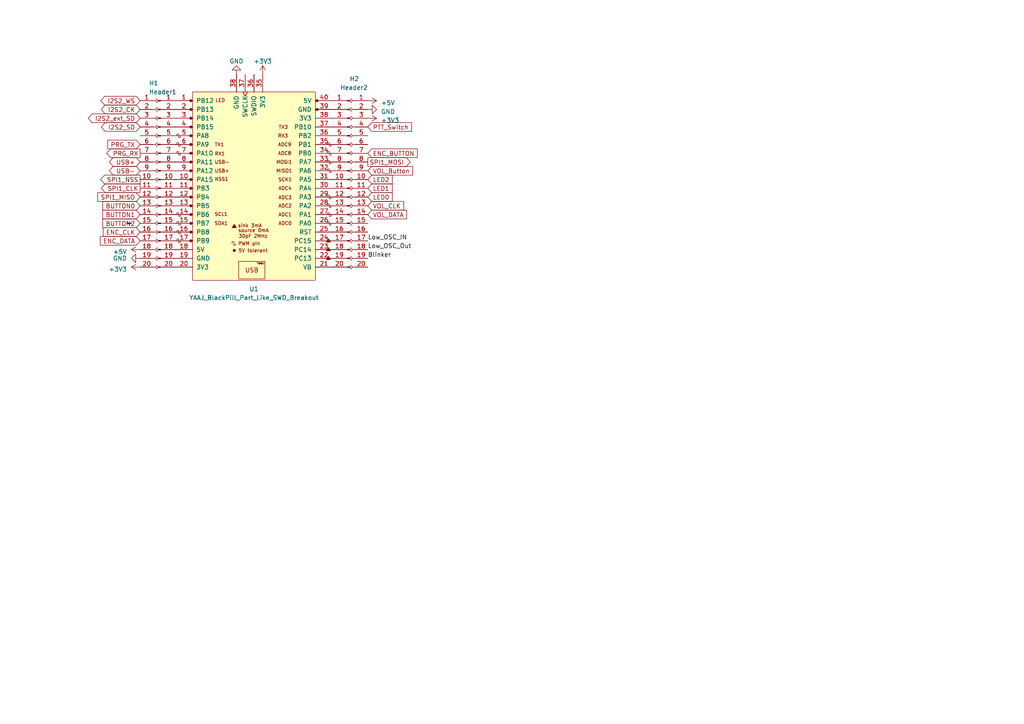
<source format=kicad_sch>
(kicad_sch (version 20230121) (generator eeschema)
  (paper "A4")
  (lib_symbols
    (symbol "Connector:Conn_01x20_Pin" (pin_names (offset 1.016) hide)
      (property "Reference" "J" (at 0 25.4 0))
      (property "Value" "Conn_01x20_Pin" (at 0 -27.94 0))
      (symbol "Conn_01x20_Pin_1_1"
        (polyline (pts (xy 1.27 -25.4) (xy 0.8636 -25.4)) (stroke (width 0.1524)))
        (polyline (pts (xy 1.27 -22.86) (xy 0.8636 -22.86)) (stroke (width 0.1524)))
        (polyline (pts (xy 1.27 -20.32) (xy 0.8636 -20.32)) (stroke (width 0.1524)))
        (polyline (pts (xy 1.27 -17.78) (xy 0.8636 -17.78)) (stroke (width 0.1524)))
        (polyline (pts (xy 1.27 -15.24) (xy 0.8636 -15.24)) (stroke (width 0.1524)))
        (polyline (pts (xy 1.27 -12.7) (xy 0.8636 -12.7)) (stroke (width 0.1524)))
        (polyline (pts (xy 1.27 -10.16) (xy 0.8636 -10.16)) (stroke (width 0.1524)))
        (polyline (pts (xy 1.27 -7.62) (xy 0.8636 -7.62)) (stroke (width 0.1524)))
        (polyline (pts (xy 1.27 -5.08) (xy 0.8636 -5.08)) (stroke (width 0.1524)))
        (polyline (pts (xy 1.27 -2.54) (xy 0.8636 -2.54)) (stroke (width 0.1524)))
        (polyline (pts (xy 1.27 0) (xy 0.8636 0)) (stroke (width 0.1524)))
        (polyline (pts (xy 1.27 2.54) (xy 0.8636 2.54)) (stroke (width 0.1524)))
        (polyline (pts (xy 1.27 5.08) (xy 0.8636 5.08)) (stroke (width 0.1524)))
        (polyline (pts (xy 1.27 7.62) (xy 0.8636 7.62)) (stroke (width 0.1524)))
        (polyline (pts (xy 1.27 10.16) (xy 0.8636 10.16)) (stroke (width 0.1524)))
        (polyline (pts (xy 1.27 12.7) (xy 0.8636 12.7)) (stroke (width 0.1524)))
        (polyline (pts (xy 1.27 15.24) (xy 0.8636 15.24)) (stroke (width 0.1524)))
        (polyline (pts (xy 1.27 17.78) (xy 0.8636 17.78)) (stroke (width 0.1524)))
        (polyline (pts (xy 1.27 20.32) (xy 0.8636 20.32)) (stroke (width 0.1524)))
        (polyline (pts (xy 1.27 22.86) (xy 0.8636 22.86)) (stroke (width 0.1524)))
        (rectangle (start 0.8636 -25.273) (end 0 -25.527) (stroke (width 0.1524)) (fill (type outline)))
        (rectangle (start 0.8636 -22.733) (end 0 -22.987) (stroke (width 0.1524)) (fill (type outline)))
        (rectangle (start 0.8636 -20.193) (end 0 -20.447) (stroke (width 0.1524)) (fill (type outline)))
        (rectangle (start 0.8636 -17.653) (end 0 -17.907) (stroke (width 0.1524)) (fill (type outline)))
        (rectangle (start 0.8636 -15.113) (end 0 -15.367) (stroke (width 0.1524)) (fill (type outline)))
        (rectangle (start 0.8636 -12.573) (end 0 -12.827) (stroke (width 0.1524)) (fill (type outline)))
        (rectangle (start 0.8636 -10.033) (end 0 -10.287) (stroke (width 0.1524)) (fill (type outline)))
        (rectangle (start 0.8636 -7.493) (end 0 -7.747) (stroke (width 0.1524)) (fill (type outline)))
        (rectangle (start 0.8636 -4.953) (end 0 -5.207) (stroke (width 0.1524)) (fill (type outline)))
        (rectangle (start 0.8636 -2.413) (end 0 -2.667) (stroke (width 0.1524)) (fill (type outline)))
        (rectangle (start 0.8636 0.127) (end 0 -0.127) (stroke (width 0.1524)) (fill (type outline)))
        (rectangle (start 0.8636 2.667) (end 0 2.413) (stroke (width 0.1524)) (fill (type outline)))
        (rectangle (start 0.8636 5.207) (end 0 4.953) (stroke (width 0.1524)) (fill (type outline)))
        (rectangle (start 0.8636 7.747) (end 0 7.493) (stroke (width 0.1524)) (fill (type outline)))
        (rectangle (start 0.8636 10.287) (end 0 10.033) (stroke (width 0.1524)) (fill (type outline)))
        (rectangle (start 0.8636 12.827) (end 0 12.573) (stroke (width 0.1524)) (fill (type outline)))
        (rectangle (start 0.8636 15.367) (end 0 15.113) (stroke (width 0.1524)) (fill (type outline)))
        (rectangle (start 0.8636 17.907) (end 0 17.653) (stroke (width 0.1524)) (fill (type outline)))
        (rectangle (start 0.8636 20.447) (end 0 20.193) (stroke (width 0.1524)) (fill (type outline)))
        (rectangle (start 0.8636 22.987) (end 0 22.733) (stroke (width 0.1524)) (fill (type outline)))
        (pin passive line (at 5.08 22.86 180) (length 3.81) (name "Pin_1") (number "1"))
        (pin passive line (at 5.08 0 180) (length 3.81) (name "Pin_10") (number "10"))
        (pin passive line (at 5.08 -2.54 180) (length 3.81) (name "Pin_11") (number "11"))
        (pin passive line (at 5.08 -5.08 180) (length 3.81) (name "Pin_12") (number "12"))
        (pin passive line (at 5.08 -7.62 180) (length 3.81) (name "Pin_13") (number "13"))
        (pin passive line (at 5.08 -10.16 180) (length 3.81) (name "Pin_14") (number "14"))
        (pin passive line (at 5.08 -12.7 180) (length 3.81) (name "Pin_15") (number "15"))
        (pin passive line (at 5.08 -15.24 180) (length 3.81) (name "Pin_16") (number "16"))
        (pin passive line (at 5.08 -17.78 180) (length 3.81) (name "Pin_17") (number "17"))
        (pin passive line (at 5.08 -20.32 180) (length 3.81) (name "Pin_18") (number "18"))
        (pin passive line (at 5.08 -22.86 180) (length 3.81) (name "Pin_19") (number "19"))
        (pin passive line (at 5.08 20.32 180) (length 3.81) (name "Pin_2") (number "2"))
        (pin passive line (at 5.08 -25.4 180) (length 3.81) (name "Pin_20") (number "20"))
        (pin passive line (at 5.08 17.78 180) (length 3.81) (name "Pin_3") (number "3"))
        (pin passive line (at 5.08 15.24 180) (length 3.81) (name "Pin_4") (number "4"))
        (pin passive line (at 5.08 12.7 180) (length 3.81) (name "Pin_5") (number "5"))
        (pin passive line (at 5.08 10.16 180) (length 3.81) (name "Pin_6") (number "6"))
        (pin passive line (at 5.08 7.62 180) (length 3.81) (name "Pin_7") (number "7"))
        (pin passive line (at 5.08 5.08 180) (length 3.81) (name "Pin_8") (number "8"))
        (pin passive line (at 5.08 2.54 180) (length 3.81) (name "Pin_9") (number "9"))
      )
    )
    (symbol "Connector:Conn_01x20_Socket" (pin_names (offset 1.016) hide)
      (property "Reference" "J" (at 0 25.4 0))
      (property "Value" "Conn_01x20_Socket" (at 0 -27.94 0))
      (symbol "Conn_01x20_Socket_1_1"
        (arc (start 0 -24.892) (mid -0.5058 -25.4) (end 0 -25.908) (stroke (width 0.1524)))
        (arc (start 0 -22.352) (mid -0.5058 -22.86) (end 0 -23.368) (stroke (width 0.1524)))
        (arc (start 0 -19.812) (mid -0.5058 -20.32) (end 0 -20.828) (stroke (width 0.1524)))
        (arc (start 0 -17.272) (mid -0.5058 -17.78) (end 0 -18.288) (stroke (width 0.1524)))
        (arc (start 0 -14.732) (mid -0.5058 -15.24) (end 0 -15.748) (stroke (width 0.1524)))
        (arc (start 0 -12.192) (mid -0.5058 -12.7) (end 0 -13.208) (stroke (width 0.1524)))
        (arc (start 0 -9.652) (mid -0.5058 -10.16) (end 0 -10.668) (stroke (width 0.1524)))
        (arc (start 0 -7.112) (mid -0.5058 -7.62) (end 0 -8.128) (stroke (width 0.1524)))
        (arc (start 0 -4.572) (mid -0.5058 -5.08) (end 0 -5.588) (stroke (width 0.1524)))
        (arc (start 0 -2.032) (mid -0.5058 -2.54) (end 0 -3.048) (stroke (width 0.1524)))
        (polyline (pts (xy -1.27 -25.4) (xy -0.508 -25.4)) (stroke (width 0.1524)))
        (polyline (pts (xy -1.27 -22.86) (xy -0.508 -22.86)) (stroke (width 0.1524)))
        (polyline (pts (xy -1.27 -20.32) (xy -0.508 -20.32)) (stroke (width 0.1524)))
        (polyline (pts (xy -1.27 -17.78) (xy -0.508 -17.78)) (stroke (width 0.1524)))
        (polyline (pts (xy -1.27 -15.24) (xy -0.508 -15.24)) (stroke (width 0.1524)))
        (polyline (pts (xy -1.27 -12.7) (xy -0.508 -12.7)) (stroke (width 0.1524)))
        (polyline (pts (xy -1.27 -10.16) (xy -0.508 -10.16)) (stroke (width 0.1524)))
        (polyline (pts (xy -1.27 -7.62) (xy -0.508 -7.62)) (stroke (width 0.1524)))
        (polyline (pts (xy -1.27 -5.08) (xy -0.508 -5.08)) (stroke (width 0.1524)))
        (polyline (pts (xy -1.27 -2.54) (xy -0.508 -2.54)) (stroke (width 0.1524)))
        (polyline (pts (xy -1.27 0) (xy -0.508 0)) (stroke (width 0.1524)))
        (polyline (pts (xy -1.27 2.54) (xy -0.508 2.54)) (stroke (width 0.1524)))
        (polyline (pts (xy -1.27 5.08) (xy -0.508 5.08)) (stroke (width 0.1524)))
        (polyline (pts (xy -1.27 7.62) (xy -0.508 7.62)) (stroke (width 0.1524)))
        (polyline (pts (xy -1.27 10.16) (xy -0.508 10.16)) (stroke (width 0.1524)))
        (polyline (pts (xy -1.27 12.7) (xy -0.508 12.7)) (stroke (width 0.1524)))
        (polyline (pts (xy -1.27 15.24) (xy -0.508 15.24)) (stroke (width 0.1524)))
        (polyline (pts (xy -1.27 17.78) (xy -0.508 17.78)) (stroke (width 0.1524)))
        (polyline (pts (xy -1.27 20.32) (xy -0.508 20.32)) (stroke (width 0.1524)))
        (polyline (pts (xy -1.27 22.86) (xy -0.508 22.86)) (stroke (width 0.1524)))
        (arc (start 0 0.508) (mid -0.5058 0) (end 0 -0.508) (stroke (width 0.1524)))
        (arc (start 0 3.048) (mid -0.5058 2.54) (end 0 2.032) (stroke (width 0.1524)))
        (arc (start 0 5.588) (mid -0.5058 5.08) (end 0 4.572) (stroke (width 0.1524)))
        (arc (start 0 8.128) (mid -0.5058 7.62) (end 0 7.112) (stroke (width 0.1524)))
        (arc (start 0 10.668) (mid -0.5058 10.16) (end 0 9.652) (stroke (width 0.1524)))
        (arc (start 0 13.208) (mid -0.5058 12.7) (end 0 12.192) (stroke (width 0.1524)))
        (arc (start 0 15.748) (mid -0.5058 15.24) (end 0 14.732) (stroke (width 0.1524)))
        (arc (start 0 18.288) (mid -0.5058 17.78) (end 0 17.272) (stroke (width 0.1524)))
        (arc (start 0 20.828) (mid -0.5058 20.32) (end 0 19.812) (stroke (width 0.1524)))
        (arc (start 0 23.368) (mid -0.5058 22.86) (end 0 22.352) (stroke (width 0.1524)))
        (pin passive line (at -5.08 22.86 0) (length 3.81) (name "Pin_1") (number "1"))
        (pin passive line (at -5.08 0 0) (length 3.81) (name "Pin_10") (number "10"))
        (pin passive line (at -5.08 -2.54 0) (length 3.81) (name "Pin_11") (number "11"))
        (pin passive line (at -5.08 -5.08 0) (length 3.81) (name "Pin_12") (number "12"))
        (pin passive line (at -5.08 -7.62 0) (length 3.81) (name "Pin_13") (number "13"))
        (pin passive line (at -5.08 -10.16 0) (length 3.81) (name "Pin_14") (number "14"))
        (pin passive line (at -5.08 -12.7 0) (length 3.81) (name "Pin_15") (number "15"))
        (pin passive line (at -5.08 -15.24 0) (length 3.81) (name "Pin_16") (number "16"))
        (pin passive line (at -5.08 -17.78 0) (length 3.81) (name "Pin_17") (number "17"))
        (pin passive line (at -5.08 -20.32 0) (length 3.81) (name "Pin_18") (number "18"))
        (pin passive line (at -5.08 -22.86 0) (length 3.81) (name "Pin_19") (number "19"))
        (pin passive line (at -5.08 20.32 0) (length 3.81) (name "Pin_2") (number "2"))
        (pin passive line (at -5.08 -25.4 0) (length 3.81) (name "Pin_20") (number "20"))
        (pin passive line (at -5.08 17.78 0) (length 3.81) (name "Pin_3") (number "3"))
        (pin passive line (at -5.08 15.24 0) (length 3.81) (name "Pin_4") (number "4"))
        (pin passive line (at -5.08 12.7 0) (length 3.81) (name "Pin_5") (number "5"))
        (pin passive line (at -5.08 10.16 0) (length 3.81) (name "Pin_6") (number "6"))
        (pin passive line (at -5.08 7.62 0) (length 3.81) (name "Pin_7") (number "7"))
        (pin passive line (at -5.08 5.08 0) (length 3.81) (name "Pin_8") (number "8"))
        (pin passive line (at -5.08 2.54 0) (length 3.81) (name "Pin_9") (number "9"))
      )
    )
    (symbol "YAAJ_BlackPill_Part_Like_SWD_Breakout:YAAJ_BlackPill_Part_Like_SWD_Breakout" (pin_names (offset 1.016))
      (property "Reference" "U1" (at 0 -34.29 0))
      (property "Value" "YAAJ_BlackPill_Part_Like_SWD_Breakout" (at 0 -36.83 0))
      (symbol "YAAJ_BlackPill_Part_Like_SWD_Breakout_0_0"
        (circle (center -18.288 -20.32) (radius 0.3556) (fill (type outline)))
        (circle (center -18.288 -17.78) (radius 0.3556) (fill (type outline)))
        (circle (center -18.288 -15.24) (radius 0.3556) (fill (type outline)))
        (circle (center -18.288 -12.7) (radius 0.3556) (fill (type outline)))
        (circle (center -18.288 -10.16) (radius 0.3556) (fill (type outline)))
        (circle (center -18.288 -7.62) (radius 0.3556) (fill (type outline)))
        (circle (center -18.288 -5.08) (radius 0.3556) (fill (type outline)))
        (circle (center -18.288 -2.54) (radius 0.3556) (fill (type outline)))
        (circle (center -18.288 0) (radius 0.3556) (fill (type outline)))
        (circle (center -18.288 2.54) (radius 0.3556) (fill (type outline)))
        (circle (center -18.288 5.08) (radius 0.3556) (fill (type outline)))
        (circle (center -18.288 7.62) (radius 0.3556) (fill (type outline)))
        (circle (center -18.288 10.16) (radius 0.3556) (fill (type outline)))
        (circle (center -18.288 12.7) (radius 0.3556) (fill (type outline)))
        (circle (center -18.288 15.24) (radius 0.3556) (fill (type outline)))
        (circle (center -18.288 20.32) (radius 0.3556) (fill (type outline)))
        (circle (center -5.715 -23.114) (radius 0.127) (fill (type outline)))
        (circle (center -5.715 -23.114) (radius 0.254))
        (circle (center -5.715 -23.114) (radius 0.3556))
        (polyline (pts (xy -6.35 -16.51) (xy -5.715 -15.494) (xy -5.08 -16.51) (xy -6.35 -16.51) (xy -5.715 -15.621) (xy -5.207 -16.51) (xy -6.223 -16.383) (xy -5.715 -15.748) (xy -5.334 -16.51) (xy -6.096 -16.256) (xy -5.588 -15.875) (xy -5.461 -16.51) (xy -5.969 -16.129) (xy -5.461 -16.002) (xy -5.588 -16.383) (xy -5.842 -16.129) (xy -5.588 -16.256) (xy -5.715 -16.002)))
        (polyline (pts (xy 20.955 -25.781) (xy 21.59 -24.765) (xy 22.225 -25.781) (xy 20.955 -25.781) (xy 21.59 -24.892) (xy 22.098 -25.781) (xy 21.082 -25.654) (xy 21.59 -25.019) (xy 21.971 -25.781) (xy 21.209 -25.527) (xy 21.717 -25.146) (xy 21.844 -25.781) (xy 21.336 -25.4) (xy 21.844 -25.273) (xy 21.717 -25.654) (xy 21.463 -25.4) (xy 21.717 -25.527) (xy 21.59 -25.273)))
        (polyline (pts (xy 20.955 -23.241) (xy 21.59 -22.225) (xy 22.225 -23.241) (xy 20.955 -23.241) (xy 21.59 -22.352) (xy 22.098 -23.241) (xy 21.082 -23.114) (xy 21.59 -22.479) (xy 21.971 -23.241) (xy 21.209 -22.987) (xy 21.717 -22.606) (xy 21.844 -23.241) (xy 21.336 -22.86) (xy 21.844 -22.733) (xy 21.717 -23.114) (xy 21.463 -22.86) (xy 21.717 -22.987) (xy 21.59 -22.733)))
        (polyline (pts (xy 20.955 -20.701) (xy 21.59 -19.685) (xy 22.225 -20.701) (xy 20.955 -20.701) (xy 21.59 -19.812) (xy 22.098 -20.701) (xy 21.082 -20.574) (xy 21.59 -19.939) (xy 21.971 -20.701) (xy 21.209 -20.447) (xy 21.717 -20.066) (xy 21.844 -20.701) (xy 21.336 -20.32) (xy 21.844 -20.193) (xy 21.717 -20.574) (xy 21.463 -20.32) (xy 21.717 -20.447) (xy 21.59 -20.193)))
        (circle (center 18.288 17.78) (radius 0.254) (fill (type outline)))
        (circle (center 18.288 17.78) (radius 0.3556))
        (circle (center 18.288 20.32) (radius 0.254) (fill (type outline)))
        (circle (center 18.288 20.32) (radius 0.3556))
        (text "30pF 2MHz" (at -0.254 -18.923 0) (effects (font (size 0.9906 0.9906))))
        (text "5V tolerant" (at -0.254 -23.114 0) (effects (font (size 0.9906 0.9906))))
        (text "ADC0" (at 9.017 -15.24 0) (effects (font (size 0.9906 0.9906))))
        (text "ADC1" (at 9.017 -12.7 0) (effects (font (size 0.9906 0.9906))))
        (text "ADC2" (at 9.017 -10.16 0) (effects (font (size 0.9906 0.9906))))
        (text "ADC3" (at 9.017 -7.747 0) (effects (font (size 0.9906 0.9906))))
        (text "ADC4" (at 9.017 -5.08 0) (effects (font (size 0.9906 0.9906))))
        (text "ADC8" (at 8.89 5.08 0) (effects (font (size 0.9906 0.9906))))
        (text "ADC9" (at 8.89 7.62 0) (effects (font (size 0.9906 0.9906))))
        (text "LED" (at -9.779 20.447 0) (effects (font (size 0.9906 0.9906))))
        (text "MISO1" (at 8.763 0 0) (effects (font (size 0.9906 0.9906))))
        (text "MOSI1" (at 8.763 2.54 0) (effects (font (size 0.9906 0.9906))))
        (text "NSS1" (at -9.398 -2.413 0) (effects (font (size 0.9906 0.9906))))
        (text "PWM pin" (at -1.397 -21.082 0) (effects (font (size 0.9906 0.9906))))
        (text "RX1" (at -9.906 4.953 0) (effects (font (size 0.9906 0.9906))))
        (text "RX3" (at 8.382 10.16 0) (effects (font (size 0.9906 0.9906))))
        (text "SCK1" (at 9.017 -2.54 0) (effects (font (size 0.9906 0.9906))))
        (text "SCL1" (at -9.525 -12.573 0) (effects (font (size 0.9906 0.9906))))
        (text "SDA1" (at -9.525 -15.24 0) (effects (font (size 0.9906 0.9906))))
        (text "sink 3mA" (at -1.143 -15.875 0) (effects (font (size 0.9906 0.9906))))
        (text "source 0mA" (at -0.127 -17.272 0) (effects (font (size 0.9906 0.9906))))
        (text "TX1" (at -10.033 7.62 0) (effects (font (size 0.9906 0.9906))))
        (text "TX3" (at 8.509 12.7 0) (effects (font (size 0.9906 0.9906))))
        (text "USB" (at -0.635 -28.829 0) (effects (font (size 1.27 1.27))))
        (text "USB+" (at -9.271 0 0) (effects (font (size 0.9906 0.9906))))
        (text "USB-" (at -9.271 2.54 0) (effects (font (size 0.9906 0.9906))))
        (text "Y@@J" (at 1.905 -26.797 0) (effects (font (size 0.508 0.508))))
      )
      (symbol "YAAJ_BlackPill_Part_Like_SWD_Breakout_0_1"
        (rectangle (start -17.78 22.86) (end 17.78 -31.75) (fill (type background)))
        (polyline (pts (xy -21.336 -20.32) (xy -21.336 -20.828) (xy -21.844 -20.828) (xy -21.844 -19.812) (xy -22.352 -19.812) (xy -22.352 -20.32)))
        (polyline (pts (xy -21.336 -17.78) (xy -21.336 -18.288) (xy -21.844 -18.288) (xy -21.844 -17.272) (xy -22.352 -17.272) (xy -22.352 -17.78)))
        (polyline (pts (xy -21.336 -15.24) (xy -21.336 -15.748) (xy -21.844 -15.748) (xy -21.844 -14.732) (xy -22.352 -14.732) (xy -22.352 -15.24)))
        (polyline (pts (xy -21.336 -12.7) (xy -21.336 -13.208) (xy -21.844 -13.208) (xy -21.844 -12.192) (xy -22.352 -12.192) (xy -22.352 -12.7)))
        (polyline (pts (xy -21.336 5.08) (xy -21.336 4.572) (xy -21.844 4.572) (xy -21.844 5.588) (xy -22.352 5.588) (xy -22.352 5.08)))
        (polyline (pts (xy -21.336 7.62) (xy -21.336 7.112) (xy -21.844 7.112) (xy -21.844 8.128) (xy -22.352 8.128) (xy -22.352 7.62)))
        (polyline (pts (xy -21.336 10.16) (xy -21.336 9.652) (xy -21.844 9.652) (xy -21.844 10.668) (xy -22.352 10.668) (xy -22.352 10.16)))
        (polyline (pts (xy -5.334 -21.082) (xy -5.334 -21.59) (xy -5.842 -21.59) (xy -5.842 -20.574) (xy -6.35 -20.574) (xy -6.35 -21.082)))
        (polyline (pts (xy 22.352 -15.24) (xy 22.352 -15.748) (xy 21.844 -15.748) (xy 21.844 -14.732) (xy 21.336 -14.732) (xy 21.336 -15.24)))
        (polyline (pts (xy 22.352 -12.7) (xy 22.352 -13.208) (xy 21.844 -13.208) (xy 21.844 -12.192) (xy 21.336 -12.192) (xy 21.336 -12.7)))
        (polyline (pts (xy 22.352 -10.16) (xy 22.352 -10.668) (xy 21.844 -10.668) (xy 21.844 -9.652) (xy 21.336 -9.652) (xy 21.336 -10.16)))
        (polyline (pts (xy 22.352 -7.62) (xy 22.352 -8.128) (xy 21.844 -8.128) (xy 21.844 -7.112) (xy 21.336 -7.112) (xy 21.336 -7.62)))
        (polyline (pts (xy 22.352 0) (xy 22.352 -0.508) (xy 21.844 -0.508) (xy 21.844 0.508) (xy 21.336 0.508) (xy 21.336 0)))
        (polyline (pts (xy 22.352 2.54) (xy 22.352 2.032) (xy 21.844 2.032) (xy 21.844 3.048) (xy 21.336 3.048) (xy 21.336 2.54)))
        (polyline (pts (xy 22.352 5.08) (xy 22.352 4.572) (xy 21.844 4.572) (xy 21.844 5.588) (xy 21.336 5.588) (xy 21.336 5.08)))
        (polyline (pts (xy 22.352 7.62) (xy 22.352 7.112) (xy 21.844 7.112) (xy 21.844 8.128) (xy 21.336 8.128) (xy 21.336 7.62)))
        (rectangle (start 3.175 -26.289) (end -4.445 -31.369))
      )
      (symbol "YAAJ_BlackPill_Part_Like_SWD_Breakout_1_1"
        (circle (center -18.288 17.78) (radius 0.3556) (fill (type outline)))
        (pin bidirectional line (at -22.86 20.32 0) (length 5.08) (name "PB12") (number "1"))
        (pin bidirectional line (at -22.86 -2.54 0) (length 5.08) (name "PA15") (number "10"))
        (pin bidirectional line (at -22.86 -5.08 0) (length 5.08) (name "PB3") (number "11"))
        (pin bidirectional line (at -22.86 -7.62 0) (length 5.08) (name "PB4") (number "12"))
        (pin bidirectional line (at -22.86 -10.16 0) (length 5.08) (name "PB5") (number "13"))
        (pin bidirectional line (at -22.86 -12.7 0) (length 5.08) (name "PB6") (number "14"))
        (pin bidirectional line (at -22.86 -15.24 0) (length 5.08) (name "PB7") (number "15"))
        (pin bidirectional line (at -22.86 -17.78 0) (length 5.08) (name "PB8") (number "16"))
        (pin bidirectional line (at -22.86 -20.32 0) (length 5.08) (name "PB9") (number "17"))
        (pin power_in line (at -22.86 -22.86 0) (length 5.08) (name "5V") (number "18"))
        (pin power_in line (at -22.86 -25.4 0) (length 5.08) (name "GND") (number "19"))
        (pin bidirectional line (at -22.86 17.78 0) (length 5.08) (name "PB13") (number "2"))
        (pin power_in line (at -22.86 -27.94 0) (length 5.08) (name "3V3") (number "20"))
        (pin power_in line (at 22.86 -27.94 180) (length 5.08) (name "VB") (number "21"))
        (pin bidirectional line (at 22.86 -25.4 180) (length 5.08) (name "PC13") (number "22"))
        (pin bidirectional line (at 22.86 -22.86 180) (length 5.08) (name "PC14") (number "23"))
        (pin bidirectional line (at 22.86 -20.32 180) (length 5.08) (name "PC15") (number "24"))
        (pin input line (at 22.86 -17.78 180) (length 5.08) (name "RST") (number "25"))
        (pin bidirectional line (at 22.86 -15.24 180) (length 5.08) (name "PA0") (number "26"))
        (pin bidirectional line (at 22.86 -12.7 180) (length 5.08) (name "PA1") (number "27"))
        (pin bidirectional line (at 22.86 -10.16 180) (length 5.08) (name "PA2") (number "28"))
        (pin bidirectional line (at 22.86 -7.62 180) (length 5.08) (name "PA3") (number "29"))
        (pin bidirectional line (at -22.86 15.24 0) (length 5.08) (name "PB14") (number "3"))
        (pin bidirectional line (at 22.86 -5.08 180) (length 5.08) (name "PA4") (number "30"))
        (pin bidirectional line (at 22.86 -2.54 180) (length 5.08) (name "PA5") (number "31"))
        (pin bidirectional line (at 22.86 0 180) (length 5.08) (name "PA6") (number "32"))
        (pin bidirectional line (at 22.86 2.54 180) (length 5.08) (name "PA7") (number "33"))
        (pin bidirectional line (at 22.86 5.08 180) (length 5.08) (name "PB0") (number "34"))
        (pin power_in line (at 2.54 27.94 270) (length 5.08) (name "3V3") (number "35"))
        (pin bidirectional line (at 22.86 7.62 180) (length 5.08) (name "PB1") (number "35"))
        (pin bidirectional line (at 22.86 10.16 180) (length 5.08) (name "PB2") (number "36"))
        (pin bidirectional line (at 0 27.94 270) (length 5.08) (name "SWDIO") (number "36"))
        (pin bidirectional line (at 22.86 12.7 180) (length 5.08) (name "PB10") (number "37"))
        (pin input clock (at -2.54 27.94 270) (length 5.08) (name "SWCLK") (number "37"))
        (pin power_in line (at 22.86 15.24 180) (length 5.08) (name "3V3") (number "38"))
        (pin power_in line (at -5.08 27.94 270) (length 5.08) (name "GND") (number "38"))
        (pin power_in line (at 22.86 17.78 180) (length 5.08) (name "GND") (number "39"))
        (pin bidirectional line (at -22.86 12.7 0) (length 5.08) (name "PB15") (number "4"))
        (pin power_in line (at 22.86 20.32 180) (length 5.08) (name "5V") (number "40"))
        (pin bidirectional line (at -22.86 10.16 0) (length 5.08) (name "PA8") (number "5"))
        (pin bidirectional line (at -22.86 7.62 0) (length 5.08) (name "PA9") (number "6"))
        (pin bidirectional line (at -22.86 5.08 0) (length 5.08) (name "PA10") (number "7"))
        (pin bidirectional line (at -22.86 2.54 0) (length 5.08) (name "PA11") (number "8"))
        (pin bidirectional line (at -22.86 0 0) (length 5.08) (name "PA12") (number "9"))
      )
    )
    (symbol "power:+3V3" (power) (pin_names (offset 0))
      (property "Value" "+3V3" (at 0 3.556 0))
      (symbol "+3V3_0_1"
        (polyline (pts (xy -0.762 1.27) (xy 0 2.54)))
        (polyline (pts (xy 0 0) (xy 0 2.54)))
        (polyline (pts (xy 0 2.54) (xy 0.762 1.27)))
      )
      (symbol "+3V3_1_1"
        (pin power_in line (at 0 0 90) (length 0) hide (name "+3V3") (number "1"))
      )
    )
    (symbol "power:+5V" (power) (pin_names (offset 0))
      (property "Value" "+5V" (at 0 3.556 0))
      (symbol "+5V_0_1"
        (polyline (pts (xy -0.762 1.27) (xy 0 2.54)))
        (polyline (pts (xy 0 0) (xy 0 2.54)))
        (polyline (pts (xy 0 2.54) (xy 0.762 1.27)))
      )
      (symbol "+5V_1_1"
        (pin power_in line (at 0 0 90) (length 0) hide (name "+5V") (number "1"))
      )
    )
    (symbol "power:GND" (power) (pin_names (offset 0))
      (property "Value" "GND" (at 0 -3.81 0))
      (symbol "GND_0_1"
        (polyline (pts (xy 0 0) (xy 0 -1.27) (xy 1.27 -1.27) (xy 0 -2.54) (xy -1.27 -1.27) (xy 0 -1.27)))
      )
      (symbol "GND_1_1"
        (pin power_in line (at 0 0 270) (length 0) hide (name "GND") (number "1"))
      )
    )
  )
  (bus (pts (xy 36.83 64.77) (xy 38.1 64.77)))
  (label "Blinker" (at 106.68 74.93 0))
  (label "Low_OSC_Out" (at 106.68 72.39 0))
  (label "Low_OSC_IN" (at 106.68 69.85 0))
  (global_label "PRG_TX" (shape input) (at 40.64 41.91 180) (property "Intersheetrefs" "${INTERSHEET_REFS}" (effects hide)))
  (global_label "LED2" (shape input) (at 106.68 52.07 0) (property "Intersheetrefs" "${INTERSHEET_REFS}" (effects hide)))
  (global_label "I2S2_SD" (shape bidirectional) (at 40.64 36.83 180) (property "Intersheetrefs" "${INTERSHEET_REFS}" (effects hide)))
  (global_label "VOL_DATA" (shape input) (at 106.68 62.23 0) (property "Intersheetrefs" "${INTERSHEET_REFS}" (effects hide)))
  (global_label "I2S2_WS" (shape bidirectional) (at 40.64 29.21 180) (property "Intersheetrefs" "${INTERSHEET_REFS}" (effects hide)))
  (global_label "ENC_DATA" (shape input) (at 40.64 69.85 180) (property "Intersheetrefs" "${INTERSHEET_REFS}" (effects hide)))
  (global_label "USB+" (shape bidirectional) (at 40.64 46.99 180) (property "Intersheetrefs" "${INTERSHEET_REFS}" (effects hide)))
  (global_label "LED0" (shape input) (at 106.68 57.15 0) (property "Intersheetrefs" "${INTERSHEET_REFS}" (effects hide)))
  (global_label "BUTTON0" (shape input) (at 40.64 59.69 180) (property "Intersheetrefs" "${INTERSHEET_REFS}" (effects hide)))
  (global_label "I2S2_ext_SD" (shape bidirectional) (at 40.64 34.29 180) (property "Intersheetrefs" "${INTERSHEET_REFS}" (effects hide)))
  (global_label "VOL_CLK" (shape input) (at 106.68 59.69 0) (property "Intersheetrefs" "${INTERSHEET_REFS}" (effects hide)))
  (global_label "VOL_Button" (shape input) (at 106.68 49.53 0) (property "Intersheetrefs" "${INTERSHEET_REFS}" (effects hide)))
  (global_label "I2S2_CK" (shape bidirectional) (at 40.64 31.75 180) (property "Intersheetrefs" "${INTERSHEET_REFS}" (effects hide)))
  (global_label "ENC_BUTTON" (shape input) (at 106.68 44.45 0) (property "Intersheetrefs" "${INTERSHEET_REFS}" (effects hide)))
  (global_label "PTT_Switch" (shape input) (at 106.68 36.83 0) (property "Intersheetrefs" "${INTERSHEET_REFS}" (effects hide)))
  (global_label "SPI1_CLK" (shape output) (at 40.64 54.61 180) (property "Intersheetrefs" "${INTERSHEET_REFS}" (effects hide)))
  (global_label "LED1" (shape input) (at 106.68 54.61 0) (property "Intersheetrefs" "${INTERSHEET_REFS}" (effects hide)))
  (global_label "SPI1_NSS" (shape output) (at 40.64 52.07 180) (property "Intersheetrefs" "${INTERSHEET_REFS}" (effects hide)))
  (global_label "ENC_CLK" (shape input) (at 40.64 67.31 180) (property "Intersheetrefs" "${INTERSHEET_REFS}" (effects hide)))
  (global_label "SPI1_MISO" (shape input) (at 40.64 57.15 180) (property "Intersheetrefs" "${INTERSHEET_REFS}" (effects hide)))
  (global_label "BUTTON1" (shape input) (at 40.64 62.23 180) (property "Intersheetrefs" "${INTERSHEET_REFS}" (effects hide)))
  (global_label "PRG_RX" (shape output) (at 40.64 44.45 180) (property "Intersheetrefs" "${INTERSHEET_REFS}" (effects hide)))
  (global_label "BUTTON2" (shape input) (at 40.64 64.77 180) (property "Intersheetrefs" "${INTERSHEET_REFS}" (effects hide)))
  (global_label "USB-" (shape bidirectional) (at 40.64 49.53 180) (property "Intersheetrefs" "${INTERSHEET_REFS}" (effects hide)))
  (global_label "SPI1_MOSI" (shape output) (at 106.68 46.99 0) (property "Intersheetrefs" "${INTERSHEET_REFS}" (effects hide)))
  (symbol (lib_id "YAAJ_BlackPill_Part_Like_SWD_Breakout:YAAJ_BlackPill_Part_Like_SWD_Breakout") (at 73.66 49.53 0) (unit 1)
    (property "Reference" "U1" (at 73.66 83.82 0))
    (property "Value" "YAAJ_BlackPill_Part_Like_SWD_Breakout" (at 73.66 86.36 0))
  )
  (symbol (lib_id "Connector:Conn_01x20_Pin") (at 101.6 52.07 0) (mirror y) (unit 1)
    (property "Reference" "J6" (effects hide))
    (property "Value" "Conn_01x20_Pin" (effects hide))
  )
  (symbol (lib_id "power:+3V3") (at 76.2 21.59 0) (unit 1)
    (property "Reference" "#PWR09" (effects hide))
    (property "Value" "+3V3" (at 76.2 17.78 0))
  )
  (symbol (lib_id "Connector:Conn_01x20_Socket") (at 101.6 52.07 0) (mirror y) (unit 1)
    (property "Reference" "H2" (at 104.14 22.86 0) (effects (justify left)))
    (property "Value" "Header2" (at 106.68 25.4 0) (effects (justify left)))
  )
  (symbol (lib_id "power:+3V3") (at 106.68 34.29 270) (unit 1)
    (property "Reference" "#PWR013" (effects hide))
    (property "Value" "+3V3" (at 110.49 34.925 90) (effects (justify left)))
  )
  (symbol (lib_id "power:+3V3") (at 40.64 77.47 90) (unit 1)
    (property "Reference" "#PWR010" (effects hide))
    (property "Value" "+3V3" (at 36.83 78.105 90) (effects (justify left)))
  )
  (symbol (lib_id "Connector:Conn_01x20_Socket") (at 45.72 52.07 0) (unit 1)
    (property "Reference" "H1" (at 43.18 24.13 0) (effects (justify left)))
    (property "Value" "Header1" (at 43.18 26.67 0) (effects (justify left)))
  )
  (symbol (lib_id "power:GND") (at 40.64 74.93 270) (unit 1)
    (property "Reference" "#PWR06" (effects hide))
    (property "Value" "GND" (at 36.83 74.93 90) (effects (justify right)))
  )
  (symbol (lib_id "Connector:Conn_01x20_Pin") (at 45.72 52.07 0) (unit 1) (in_bom no)
    (property "Reference" "J5" (effects hide))
    (property "Value" "Conn_01x20_Pin" (effects hide))
  )
  (symbol (lib_id "power:GND") (at 68.58 21.59 180) (unit 1)
    (property "Reference" "#PWR08" (effects hide))
    (property "Value" "GND" (at 68.58 17.78 0))
  )
  (symbol (lib_id "power:GND") (at 106.68 31.75 90) (unit 1)
    (property "Reference" "#PWR014" (effects hide))
    (property "Value" "GND" (at 110.49 32.385 90) (effects (justify right)))
  )
  (symbol (lib_id "power:+5V") (at 40.64 72.39 90) (unit 1)
    (property "Reference" "#PWR011" (effects hide))
    (property "Value" "+5V" (at 36.83 73.025 90) (effects (justify left)))
  )
  (symbol (lib_id "power:+5V") (at 106.68 29.21 270) (unit 1)
    (property "Reference" "#PWR012" (effects hide))
    (property "Value" "+5V" (at 110.49 29.845 90) (effects (justify left)))
  )
)
</source>
